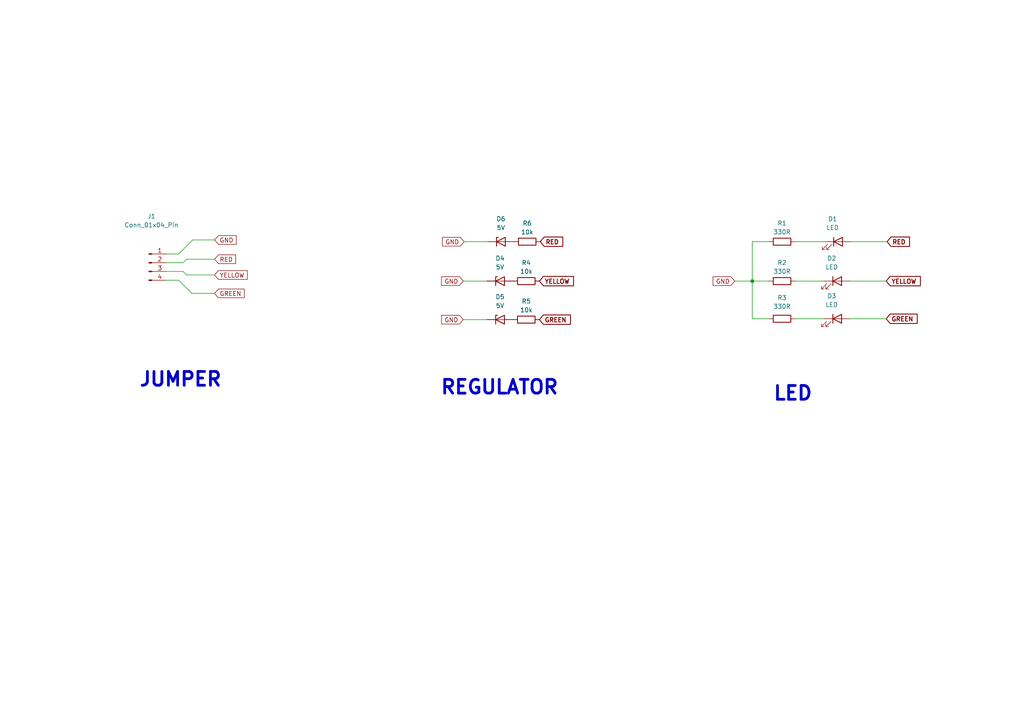
<source format=kicad_sch>
(kicad_sch (version 20230121) (generator eeschema)
  (paper "A4")
  (lib_symbols
    (symbol "Connector:Conn_01x04_Pin" (pin_names (offset 1.016) hide)
      (property "Reference" "J" (at 0 5.08 0))
      (property "Value" "Conn_01x04_Pin" (at 0 -7.62 0))
      (symbol "Conn_01x04_Pin_1_1"
        (polyline (pts (xy 1.27 -5.08) (xy 0.8636 -5.08)) (stroke (width 0.1524)))
        (polyline (pts (xy 1.27 -2.54) (xy 0.8636 -2.54)) (stroke (width 0.1524)))
        (polyline (pts (xy 1.27 0) (xy 0.8636 0)) (stroke (width 0.1524)))
        (polyline (pts (xy 1.27 2.54) (xy 0.8636 2.54)) (stroke (width 0.1524)))
        (rectangle (start 0.8636 -4.953) (end 0 -5.207) (stroke (width 0.1524)) (fill (type outline)))
        (rectangle (start 0.8636 -2.413) (end 0 -2.667) (stroke (width 0.1524)) (fill (type outline)))
        (rectangle (start 0.8636 0.127) (end 0 -0.127) (stroke (width 0.1524)) (fill (type outline)))
        (rectangle (start 0.8636 2.667) (end 0 2.413) (stroke (width 0.1524)) (fill (type outline)))
        (pin passive line (at 5.08 2.54 180) (length 3.81) (name "Pin_1") (number "1"))
        (pin passive line (at 5.08 0 180) (length 3.81) (name "Pin_2") (number "2"))
        (pin passive line (at 5.08 -2.54 180) (length 3.81) (name "Pin_3") (number "3"))
        (pin passive line (at 5.08 -5.08 180) (length 3.81) (name "Pin_4") (number "4"))
      )
    )
    (symbol "Device:D_Zener" (pin_numbers hide) (pin_names (offset 1.016) hide)
      (property "Reference" "D" (at 0 2.54 0))
      (property "Value" "D_Zener" (at 0 -2.54 0))
      (symbol "D_Zener_0_1"
        (polyline (pts (xy 1.27 0) (xy -1.27 0)))
        (polyline (pts (xy -1.27 -1.27) (xy -1.27 1.27) (xy -0.762 1.27)) (stroke (width 0.254)))
        (polyline (pts (xy 1.27 -1.27) (xy 1.27 1.27) (xy -1.27 0) (xy 1.27 -1.27)) (stroke (width 0.254)))
      )
      (symbol "D_Zener_1_1"
        (pin passive line (at -3.81 0 0) (length 2.54) (name "K") (number "1"))
        (pin passive line (at 3.81 0 180) (length 2.54) (name "A") (number "2"))
      )
    )
    (symbol "Device:LED" (pin_numbers hide) (pin_names (offset 1.016) hide)
      (property "Reference" "D" (at 0 2.54 0))
      (property "Value" "LED" (at 0 -2.54 0))
      (symbol "LED_0_1"
        (polyline (pts (xy -1.27 -1.27) (xy -1.27 1.27)) (stroke (width 0.254)))
        (polyline (pts (xy -1.27 0) (xy 1.27 0)))
        (polyline (pts (xy 1.27 -1.27) (xy 1.27 1.27) (xy -1.27 0) (xy 1.27 -1.27)) (stroke (width 0.254)))
        (polyline (pts (xy -3.048 -0.762) (xy -4.572 -2.286) (xy -3.81 -2.286) (xy -4.572 -2.286) (xy -4.572 -1.524)))
        (polyline (pts (xy -1.778 -0.762) (xy -3.302 -2.286) (xy -2.54 -2.286) (xy -3.302 -2.286) (xy -3.302 -1.524)))
      )
      (symbol "LED_1_1"
        (pin passive line (at -3.81 0 0) (length 2.54) (name "K") (number "1"))
        (pin passive line (at 3.81 0 180) (length 2.54) (name "A") (number "2"))
      )
    )
    (symbol "Device:R" (pin_numbers hide) (pin_names (offset 0))
      (property "Reference" "R" (at 2.032 0 90))
      (property "Value" "R" (at 0 0 90))
      (symbol "R_0_1"
        (rectangle (start -1.016 -2.54) (end 1.016 2.54) (stroke (width 0.254)))
      )
      (symbol "R_1_1"
        (pin passive line (at 0 3.81 270) (length 1.27) (name "~") (number "1"))
        (pin passive line (at 0 -3.81 90) (length 1.27) (name "~") (number "2"))
      )
    )
  )
  (junction (at 218.186 81.534))
  (wire (pts (xy 134.366 92.71) (xy 141.224 92.71)))
  (wire (pts (xy 218.186 81.534) (xy 218.186 92.456)))
  (wire (pts (xy 51.816 73.66) (xy 55.88 69.596)))
  (wire (pts (xy 48.26 81.28) (xy 51.816 81.28)))
  (wire (pts (xy 48.26 73.66) (xy 51.816 73.66)))
  (wire (pts (xy 218.186 70.104) (xy 218.186 81.534)))
  (wire (pts (xy 54.102 75.184) (xy 62.23 75.184)))
  (wire (pts (xy 246.888 70.104) (xy 257.302 70.104)))
  (wire (pts (xy 134.62 70.104) (xy 141.478 70.104)))
  (wire (pts (xy 218.186 92.456) (xy 223.012 92.456)))
  (wire (pts (xy 54.102 79.756) (xy 62.23 79.756)))
  (wire (pts (xy 53.086 76.2) (xy 54.102 75.184)))
  (wire (pts (xy 230.632 92.456) (xy 239.014 92.456)))
  (wire (pts (xy 213.106 81.534) (xy 218.186 81.534)))
  (wire (pts (xy 51.816 81.28) (xy 55.626 85.09)))
  (wire (pts (xy 246.634 81.534) (xy 257.048 81.534)))
  (wire (pts (xy 134.366 81.534) (xy 141.224 81.534)))
  (wire (pts (xy 48.26 78.74) (xy 53.086 78.74)))
  (wire (pts (xy 257.048 92.456) (xy 246.634 92.456)))
  (wire (pts (xy 48.26 76.2) (xy 53.086 76.2)))
  (wire (pts (xy 53.086 78.74) (xy 54.102 79.756)))
  (wire (pts (xy 55.626 85.09) (xy 62.23 85.09)))
  (wire (pts (xy 55.88 69.596) (xy 62.23 69.596)))
  (wire (pts (xy 223.012 70.104) (xy 218.186 70.104)))
  (wire (pts (xy 239.014 81.534) (xy 230.632 81.534)))
  (wire (pts (xy 230.632 70.104) (xy 239.268 70.104)))
  (wire (pts (xy 223.012 81.534) (xy 218.186 81.534)))
  (text "JUMPER\n" (at 40.132 112.522 0) (effects (font (size 4 4) (thickness 0.8) bold) (justify left bottom)))
  (text "REGULATOR\n" (at 127.508 114.808 0) (effects (font (size 4 4) (thickness 0.8) bold) (justify left bottom)))
  (text "LED\n" (at 224.028 116.586 0) (effects (font (size 4 4) (thickness 0.8) bold) (justify left bottom)))
  (global_label "GREEN" (shape input) (at 257.048 92.456 0) (effects (font bold)) (property "Intersheetrefs" "${INTERSHEET_REFS}" (effects hide)))
  (global_label "YELLOW" (shape input) (at 62.23 79.756 0) (property "Intersheetrefs" "${INTERSHEET_REFS}" (effects hide)))
  (global_label "YELLOW" (shape input) (at 156.464 81.534 0) (effects (font bold)) (property "Intersheetrefs" "${INTERSHEET_REFS}" (effects hide)))
  (global_label "GND" (shape input) (at 134.366 81.534 180) (property "Intersheetrefs" "${INTERSHEET_REFS}" (effects hide)))
  (global_label "GREEN" (shape input) (at 156.464 92.71 0) (effects (font bold)) (property "Intersheetrefs" "${INTERSHEET_REFS}" (effects hide)))
  (global_label "RED" (shape input) (at 257.302 70.104 0) (effects (font bold)) (property "Intersheetrefs" "${INTERSHEET_REFS}" (effects hide)))
  (global_label "YELLOW" (shape input) (at 257.048 81.534 0) (effects (font bold)) (property "Intersheetrefs" "${INTERSHEET_REFS}" (effects hide)))
  (global_label "GREEN" (shape input) (at 62.23 85.09 0) (property "Intersheetrefs" "${INTERSHEET_REFS}" (effects hide)))
  (global_label "GND" (shape input) (at 62.23 69.596 0) (property "Intersheetrefs" "${INTERSHEET_REFS}" (effects hide)))
  (global_label "GND" (shape input) (at 213.106 81.534 180) (property "Intersheetrefs" "${INTERSHEET_REFS}" (effects hide)))
  (global_label "RED" (shape input) (at 156.718 70.104 0) (effects (font bold)) (property "Intersheetrefs" "${INTERSHEET_REFS}" (effects hide)))
  (global_label "RED" (shape input) (at 62.23 75.184 0) (property "Intersheetrefs" "${INTERSHEET_REFS}" (effects hide)))
  (global_label "GND" (shape input) (at 134.366 92.71 180) (property "Intersheetrefs" "${INTERSHEET_REFS}" (effects hide)))
  (global_label "GND" (shape input) (at 134.62 70.104 180) (property "Intersheetrefs" "${INTERSHEET_REFS}" (effects hide)))
  (symbol (lib_id "Device:R") (at 152.654 92.71 90) (unit 1)
    (property "Reference" "R5" (at 152.654 87.376 90))
    (property "Value" "10k" (at 152.654 89.916 90))
    (property "Footprint" "Resistor_SMD:R_0603_1608Metric_Pad0.98x0.95mm_HandSolder" (effects hide))
  )
  (symbol (lib_id "Device:R") (at 226.822 70.104 90) (unit 1)
    (property "Reference" "R1" (at 226.822 64.77 90))
    (property "Value" "330R" (at 226.822 67.31 90))
    (property "Footprint" "Resistor_SMD:R_0603_1608Metric_Pad0.98x0.95mm_HandSolder" (effects hide))
  )
  (symbol (lib_id "Device:R") (at 226.822 81.534 90) (unit 1)
    (property "Reference" "R2" (at 226.822 76.2 90))
    (property "Value" "330R" (at 226.822 78.74 90))
    (property "Footprint" "Resistor_SMD:R_0603_1608Metric_Pad0.98x0.95mm_HandSolder" (effects hide))
  )
  (symbol (lib_id "Connector:Conn_01x04_Pin") (at 43.18 76.2 0) (unit 1)
    (property "Reference" "J1" (at 43.942 62.738 0))
    (property "Value" "Conn_01x04_Pin" (at 43.942 65.278 0))
    (property "Footprint" "Connector_PinHeader_2.54mm:PinHeader_1x04_P2.54mm_Horizontal" (effects hide))
  )
  (symbol (lib_id "Device:R") (at 152.908 70.104 90) (unit 1)
    (property "Reference" "R6" (at 152.908 64.77 90))
    (property "Value" "10k" (at 152.908 67.31 90))
    (property "Footprint" "Resistor_SMD:R_0603_1608Metric_Pad0.98x0.95mm_HandSolder" (effects hide))
  )
  (symbol (lib_id "Device:R") (at 152.654 81.534 90) (unit 1)
    (property "Reference" "R4" (at 152.654 76.2 90))
    (property "Value" "10k" (at 152.654 78.74 90))
    (property "Footprint" "Resistor_SMD:R_0603_1608Metric_Pad0.98x0.95mm_HandSolder" (effects hide))
  )
  (symbol (lib_id "Device:LED") (at 242.824 92.456 0) (unit 1)
    (property "Reference" "D3" (at 241.2365 85.852 0))
    (property "Value" "LED" (at 241.2365 88.392 0))
    (property "Footprint" "LED_THT:LED_D4.0mm" (effects hide))
  )
  (symbol (lib_id "Device:R") (at 226.822 92.456 90) (unit 1)
    (property "Reference" "R3" (at 226.822 86.36 90))
    (property "Value" "330R" (at 226.822 88.9 90))
    (property "Footprint" "Resistor_SMD:R_0603_1608Metric_Pad0.98x0.95mm_HandSolder" (effects hide))
  )
  (symbol (lib_id "Device:D_Zener") (at 145.034 92.71 0) (unit 1)
    (property "Reference" "D5" (at 145.034 86.106 0))
    (property "Value" "5V" (at 145.034 88.646 0))
    (property "Footprint" "Diode_SMD:D_0603_1608Metric_Pad1.05x0.95mm_HandSolder" (effects hide))
  )
  (symbol (lib_id "Device:D_Zener") (at 145.288 70.104 0) (unit 1)
    (property "Reference" "D6" (at 145.288 63.5 0))
    (property "Value" "5V" (at 145.288 66.04 0))
    (property "Footprint" "Diode_SMD:D_0603_1608Metric_Pad1.05x0.95mm_HandSolder" (effects hide))
  )
  (symbol (lib_id "Device:LED") (at 242.824 81.534 0) (unit 1)
    (property "Reference" "D2" (at 241.2365 74.93 0))
    (property "Value" "LED" (at 241.2365 77.47 0))
    (property "Footprint" "LED_THT:LED_D4.0mm" (effects hide))
  )
  (symbol (lib_id "Device:LED") (at 243.078 70.104 0) (unit 1)
    (property "Reference" "D1" (at 241.4905 63.5 0))
    (property "Value" "LED" (at 241.4905 66.04 0))
    (property "Footprint" "LED_THT:LED_D4.0mm" (effects hide))
  )
  (symbol (lib_id "Device:D_Zener") (at 145.034 81.534 0) (unit 1)
    (property "Reference" "D4" (at 145.034 74.93 0))
    (property "Value" "5V" (at 145.034 77.47 0))
    (property "Footprint" "Diode_SMD:D_0603_1608Metric_Pad1.05x0.95mm_HandSolder" (effects hide))
  )
)
</source>
